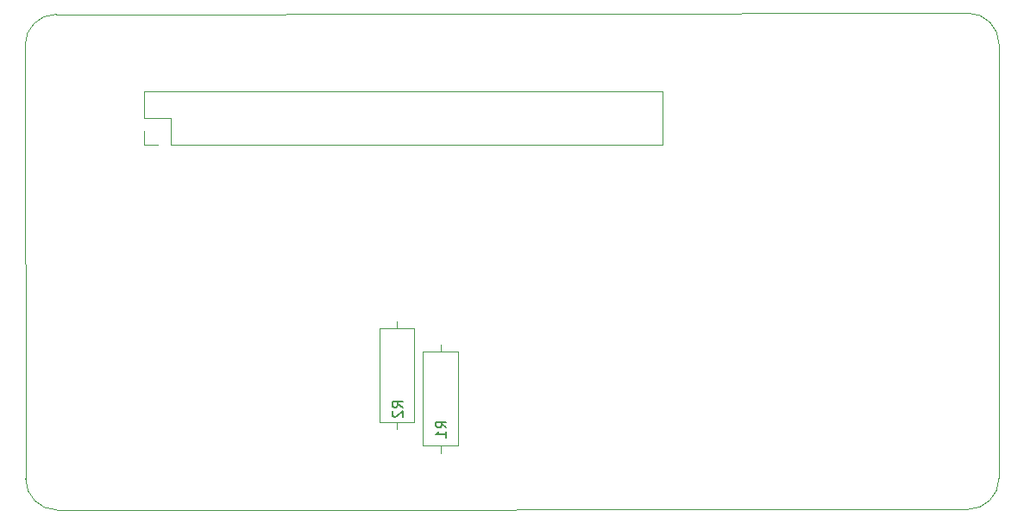
<source format=gbo>
G04 #@! TF.GenerationSoftware,KiCad,Pcbnew,8.0.5*
G04 #@! TF.CreationDate,2024-11-04T11:20:59+01:00*
G04 #@! TF.ProjectId,raspberry_pi_hat,72617370-6265-4727-9279-5f70695f6861,rev?*
G04 #@! TF.SameCoordinates,Original*
G04 #@! TF.FileFunction,Legend,Bot*
G04 #@! TF.FilePolarity,Positive*
%FSLAX46Y46*%
G04 Gerber Fmt 4.6, Leading zero omitted, Abs format (unit mm)*
G04 Created by KiCad (PCBNEW 8.0.5) date 2024-11-04 11:20:59*
%MOMM*%
%LPD*%
G01*
G04 APERTURE LIST*
%ADD10C,0.150000*%
%ADD11C,0.120000*%
G04 APERTURE END LIST*
D10*
X156354819Y-147833333D02*
X155878628Y-147500000D01*
X156354819Y-147261905D02*
X155354819Y-147261905D01*
X155354819Y-147261905D02*
X155354819Y-147642857D01*
X155354819Y-147642857D02*
X155402438Y-147738095D01*
X155402438Y-147738095D02*
X155450057Y-147785714D01*
X155450057Y-147785714D02*
X155545295Y-147833333D01*
X155545295Y-147833333D02*
X155688152Y-147833333D01*
X155688152Y-147833333D02*
X155783390Y-147785714D01*
X155783390Y-147785714D02*
X155831009Y-147738095D01*
X155831009Y-147738095D02*
X155878628Y-147642857D01*
X155878628Y-147642857D02*
X155878628Y-147261905D01*
X156354819Y-148785714D02*
X156354819Y-148214286D01*
X156354819Y-148500000D02*
X155354819Y-148500000D01*
X155354819Y-148500000D02*
X155497676Y-148404762D01*
X155497676Y-148404762D02*
X155592914Y-148309524D01*
X155592914Y-148309524D02*
X155640533Y-148214286D01*
X152054819Y-145833333D02*
X151578628Y-145500000D01*
X152054819Y-145261905D02*
X151054819Y-145261905D01*
X151054819Y-145261905D02*
X151054819Y-145642857D01*
X151054819Y-145642857D02*
X151102438Y-145738095D01*
X151102438Y-145738095D02*
X151150057Y-145785714D01*
X151150057Y-145785714D02*
X151245295Y-145833333D01*
X151245295Y-145833333D02*
X151388152Y-145833333D01*
X151388152Y-145833333D02*
X151483390Y-145785714D01*
X151483390Y-145785714D02*
X151531009Y-145738095D01*
X151531009Y-145738095D02*
X151578628Y-145642857D01*
X151578628Y-145642857D02*
X151578628Y-145261905D01*
X151150057Y-146214286D02*
X151102438Y-146261905D01*
X151102438Y-146261905D02*
X151054819Y-146357143D01*
X151054819Y-146357143D02*
X151054819Y-146595238D01*
X151054819Y-146595238D02*
X151102438Y-146690476D01*
X151102438Y-146690476D02*
X151150057Y-146738095D01*
X151150057Y-146738095D02*
X151245295Y-146785714D01*
X151245295Y-146785714D02*
X151340533Y-146785714D01*
X151340533Y-146785714D02*
X151483390Y-146738095D01*
X151483390Y-146738095D02*
X152054819Y-146166667D01*
X152054819Y-146166667D02*
X152054819Y-146785714D01*
D11*
X115075000Y-152860000D02*
X115010660Y-110269340D01*
X118070660Y-107209340D02*
X207519340Y-107080660D01*
X118135000Y-155920000D02*
X207545000Y-155870000D01*
X126684999Y-117394999D02*
X126684999Y-114794999D01*
X126684999Y-119994999D02*
X126684999Y-118664999D01*
X128014999Y-119994999D02*
X126684999Y-119994999D01*
X129284999Y-117394999D02*
X126684999Y-117394999D01*
X129284999Y-119994999D02*
X129284999Y-117394999D01*
X177604999Y-114794999D02*
X126684999Y-114794999D01*
X177604999Y-119994999D02*
X129284999Y-119994999D01*
X177604999Y-119994999D02*
X177604999Y-114794999D01*
X210605000Y-110155000D02*
X210605000Y-152810000D01*
X115010660Y-110269340D02*
G75*
G02*
X118070660Y-107209340I3059999J1D01*
G01*
X118135000Y-155920000D02*
G75*
G02*
X115075000Y-152860000I0J3060000D01*
G01*
X207545000Y-107095000D02*
G75*
G02*
X210605000Y-110155000I1J-3059999D01*
G01*
X210605000Y-152810000D02*
G75*
G02*
X207545000Y-155870000I-3060000J0D01*
G01*
X154080000Y-140380000D02*
X154080000Y-149620000D01*
X154080000Y-149620000D02*
X157520000Y-149620000D01*
X155800000Y-140380000D02*
X155800000Y-139690000D01*
X155800000Y-149620000D02*
X155800000Y-150310000D01*
X157520000Y-140380000D02*
X154080000Y-140380000D01*
X157520000Y-149620000D02*
X157520000Y-140380000D01*
X149780000Y-138080000D02*
X149780000Y-147320000D01*
X149780000Y-147320000D02*
X153220000Y-147320000D01*
X151500000Y-138080000D02*
X151500000Y-137390000D01*
X151500000Y-147320000D02*
X151500000Y-148010000D01*
X153220000Y-138080000D02*
X149780000Y-138080000D01*
X153220000Y-147320000D02*
X153220000Y-138080000D01*
M02*

</source>
